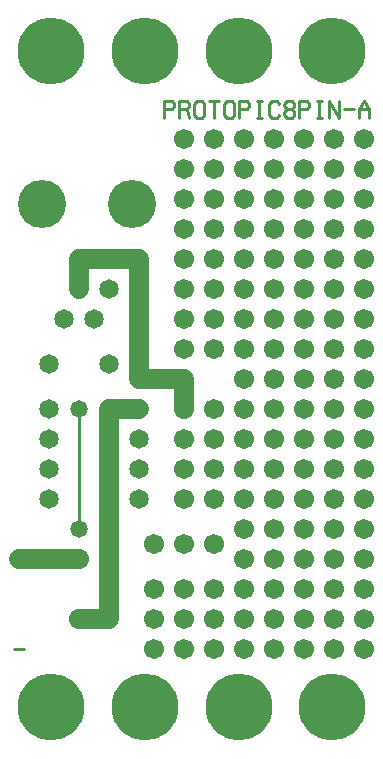
<source format=gtl>
%MOIN*%
%FSLAX25Y25*%
G04 D10 used for Character Trace; *
G04     Circle (OD=.01000) (No hole)*
G04 D11 used for Power Trace; *
G04     Circle (OD=.06700) (No hole)*
G04 D12 used for Signal Trace; *
G04     Circle (OD=.01100) (No hole)*
G04 D13 used for Via; *
G04     Circle (OD=.05800) (Round. Hole ID=.02800)*
G04 D14 used for Component hole; *
G04     Circle (OD=.06500) (Round. Hole ID=.03500)*
G04 D15 used for Component hole; *
G04     Circle (OD=.06700) (Round. Hole ID=.04300)*
G04 D16 used for Component hole; *
G04     Circle (OD=.08100) (Round. Hole ID=.05100)*
G04 D17 used for Component hole; *
G04     Circle (OD=.08900) (Round. Hole ID=.05900)*
G04 D18 used for Component hole; *
G04     Circle (OD=.11300) (Round. Hole ID=.08300)*
G04 D19 used for Component hole; *
G04     Circle (OD=.16000) (Round. Hole ID=.13000)*
G04 D20 used for Component hole; *
G04     Circle (OD=.18300) (Round. Hole ID=.15300)*
G04 D21 used for Component hole; *
G04     Circle (OD=.22291) (Round. Hole ID=.19291)*
%ADD10C,.01000*%
%ADD11C,.06700*%
%ADD12C,.01100*%
%ADD13C,.05800*%
%ADD14C,.06500*%
%ADD15C,.06700*%
%ADD16C,.08100*%
%ADD17C,.08900*%
%ADD18C,.11300*%
%ADD19C,.16000*%
%ADD20C,.18300*%
%ADD21C,.22291*%
%IPPOS*%
%LPD*%
G90*X0Y0D02*D21*X15625Y15625D03*D10*              
X3326Y35000D02*X6674D01*D11*X25000Y45000D02*      
X35000D01*D15*X25000D03*D11*X35000D02*Y115000D01* 
X45000D01*D14*D03*D11*Y125000D02*X60000D01*       
Y115000D01*D15*D03*X70000Y105000D03*Y115000D03*   
X60000Y105000D03*D11*X45000Y125000D02*Y165000D01* 
X25000D01*Y155000D01*D14*D03*X20000Y145000D03*    
X35000Y155000D03*X30000Y145000D03*                
X15000Y130000D03*X35000D03*D19*X42500Y183500D03*  
X12500D03*D15*X60000Y135000D03*Y145000D03*        
Y155000D03*Y165000D03*Y175000D03*Y185000D03*      
Y195000D03*D14*X15000Y115000D03*D13*X25000D03*D12*
Y75000D01*D13*D03*D14*X15000Y85000D03*D15*        
X25000Y65000D03*D11*X5000D01*D14*D03*             
X15000Y95000D03*X45000Y105000D03*X15000D03*       
X45000Y85000D03*Y95000D03*D15*X50000Y35000D03*    
Y45000D03*Y55000D03*Y70000D03*D21*X46875Y15625D03*
D15*X60000Y35000D03*Y45000D03*Y55000D03*Y70000D03*
Y85000D03*Y95000D03*X70000Y35000D03*Y45000D03*    
Y55000D03*Y70000D03*Y85000D03*Y95000D03*          
Y135000D03*D21*X78125Y15625D03*D15*               
X80000Y35000D03*Y45000D03*Y55000D03*Y65000D03*    
Y75000D03*Y85000D03*Y95000D03*Y105000D03*         
Y115000D03*Y125000D03*Y135000D03*Y145000D03*      
X70000D03*X90000Y35000D03*Y45000D03*Y55000D03*    
Y65000D03*Y75000D03*Y85000D03*Y95000D03*          
Y105000D03*Y115000D03*Y125000D03*Y135000D03*      
Y145000D03*Y155000D03*X80000D03*X70000D03*        
X100000Y35000D03*Y45000D03*Y55000D03*Y65000D03*   
Y75000D03*Y85000D03*Y95000D03*Y105000D03*         
Y115000D03*Y125000D03*Y135000D03*Y145000D03*      
Y155000D03*Y165000D03*X90000D03*X80000D03*        
X70000D03*D21*X109375Y15625D03*D15*               
X110000Y35000D03*Y45000D03*Y55000D03*Y65000D03*   
Y75000D03*Y85000D03*Y95000D03*Y105000D03*         
Y115000D03*Y125000D03*Y135000D03*Y145000D03*      
Y155000D03*Y165000D03*Y175000D03*X100000D03*      
X90000D03*X80000D03*X70000D03*X120000Y35000D03*   
Y45000D03*Y55000D03*Y65000D03*Y75000D03*Y85000D03*
Y95000D03*Y105000D03*Y115000D03*Y125000D03*       
Y135000D03*Y145000D03*Y155000D03*Y165000D03*      
Y175000D03*Y185000D03*X110000D03*X100000D03*      
X90000D03*X80000D03*X70000D03*X120000Y195000D03*  
X110000D03*X100000D03*X90000D03*X80000D03*        
X70000D03*X120000Y205000D03*X110000D03*X100000D03*
X90000D03*X80000D03*X70000D03*X60000D03*D10*      
X53326Y212129D02*Y217871D01*X55837D01*            
X56674Y216914D01*Y215957D01*X55837Y215000D01*     
X53326D01*X58326Y212129D02*Y217871D01*X60837D01*  
X61674Y216914D01*Y215957D01*X60837Y215000D01*     
X58326D01*X60837D02*X61674Y212129D01*             
X66674Y213086D02*X65837Y212129D01*X64163D01*      
X63326Y213086D01*Y216914D01*X64163Y217871D01*     
X65837D01*X66674Y216914D01*Y213086D01*            
X70000Y212129D02*Y217871D01*X68326D02*X71674D01*  
X76674Y213086D02*X75837Y212129D01*X74163D01*      
X73326Y213086D01*Y216914D01*X74163Y217871D01*     
X75837D01*X76674Y216914D01*Y213086D01*            
X78326Y212129D02*Y217871D01*X80837D01*            
X81674Y216914D01*Y215957D01*X80837Y215000D01*     
X78326D01*X85000Y212129D02*Y217871D01*            
X84163Y212129D02*X85837D01*X84163Y217871D02*      
X85837D01*X91674Y213086D02*X90837Y212129D01*      
X89163D01*X88326Y213086D01*Y216914D01*            
X89163Y217871D01*X90837D01*X91674Y216914D01*      
X94163Y215000D02*X93326Y215957D01*Y216914D01*     
X94163Y217871D01*X95837D01*X96674Y216914D01*      
Y215957D01*X95837Y215000D01*X94163D01*            
X93326Y214043D01*Y213086D01*X94163Y212129D01*     
X95837D01*X96674Y213086D01*Y214043D01*            
X95837Y215000D01*X98326Y212129D02*Y217871D01*     
X100837D01*X101674Y216914D01*Y215957D01*          
X100837Y215000D01*X98326D01*X105000Y212129D02*    
Y217871D01*X104163Y212129D02*X105837D01*          
X104163Y217871D02*X105837D01*X108326Y212129D02*   
Y217871D01*X111674Y212129D01*Y217871D01*          
X113326Y215000D02*X116674D01*X118326Y212129D02*   
Y215000D01*X120000Y217871D01*X121674Y215000D01*   
Y212129D01*X118326Y215000D02*X121674D01*D21*      
X109375Y234375D03*X78125D03*X46875D03*X15625D03*  
M02*                                              

</source>
